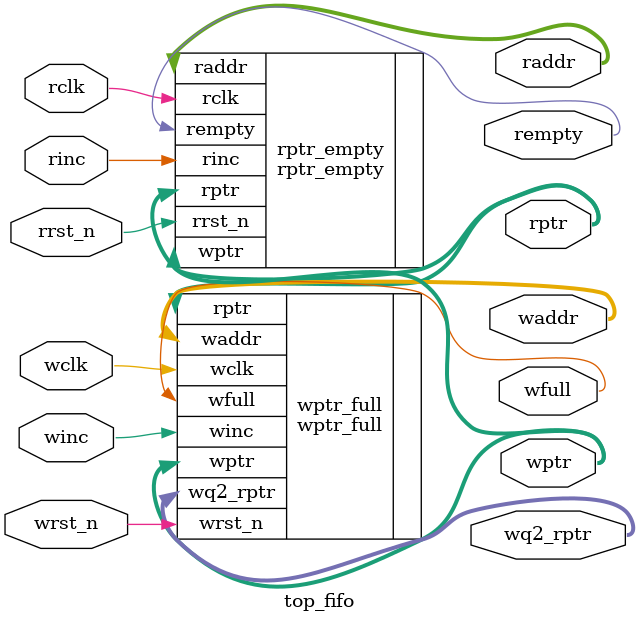
<source format=v>
`timescale 1ns / 1ps


module top_fifo #(parameter ASIZE = 4)
(   output wfull,                   // Write full signal
    output rempty,                  // Read empty signal
    output [ASIZE-1:0] waddr, raddr,
    output [ASIZE:0] wptr, rptr, wq2_rptr,
    input winc, wclk, wrst_n,       // Write increment, write clock, write reset
    input rinc, rclk, rrst_n        // Read increment, read clock, read reset
    );

  



    rptr_empty #(ASIZE) rptr_empty(         // Read pointer and empty signal handling
        .rempty(rempty),
        .raddr(raddr),
        .rptr(rptr), 
        .wptr(wptr),
        .rinc(rinc), 
        .rclk(rclk),
        .rrst_n(rrst_n)
    );

    wptr_full #(ASIZE) wptr_full(           // Write pointer and full signal handling
        .wfull(wfull), 
        .waddr(waddr),
        .wptr(wptr), 
        .wq2_rptr(wq2_rptr),
        .rptr(rptr),
        .winc(winc), 
        .wclk(wclk),
        .wrst_n(wrst_n)
    );

endmodule


</source>
